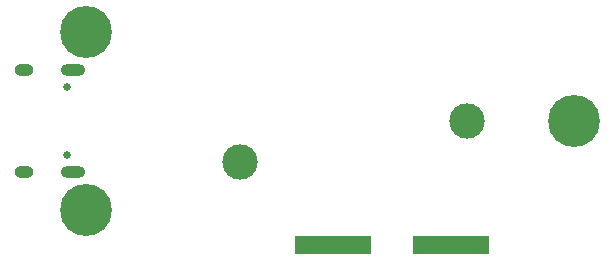
<source format=gbr>
%TF.GenerationSoftware,KiCad,Pcbnew,8.0.3*%
%TF.CreationDate,2024-10-12T12:31:44+02:00*%
%TF.ProjectId,Parkside-100W-Brick,5061726b-7369-4646-952d-313030572d42,rev?*%
%TF.SameCoordinates,Original*%
%TF.FileFunction,Soldermask,Bot*%
%TF.FilePolarity,Negative*%
%FSLAX46Y46*%
G04 Gerber Fmt 4.6, Leading zero omitted, Abs format (unit mm)*
G04 Created by KiCad (PCBNEW 8.0.3) date 2024-10-12 12:31:44*
%MOMM*%
%LPD*%
G01*
G04 APERTURE LIST*
%ADD10C,0.700000*%
%ADD11C,4.400000*%
%ADD12C,3.000000*%
%ADD13C,0.650000*%
%ADD14O,2.100000X1.000000*%
%ADD15O,1.600000X1.000000*%
%ADD16R,6.500000X1.500000*%
G04 APERTURE END LIST*
D10*
%TO.C,J1*%
X195850000Y-100000000D03*
X196333274Y-98833274D03*
X196333274Y-101166726D03*
X197500000Y-98350000D03*
D11*
X197500000Y-100000000D03*
D10*
X197500000Y-101650000D03*
X198666726Y-98833274D03*
X198666726Y-101166726D03*
X199150000Y-100000000D03*
%TD*%
D12*
%TO.C,J7*%
X169250000Y-103500000D03*
%TD*%
D13*
%TO.C,J2*%
X154625000Y-97110000D03*
X154625000Y-102890000D03*
D14*
X155155000Y-95680000D03*
D15*
X150975000Y-95680000D03*
D14*
X155155000Y-104320000D03*
D15*
X150975000Y-104320000D03*
%TD*%
D10*
%TO.C,J3*%
X156230000Y-90850000D03*
X157396726Y-91333274D03*
X155063274Y-91333274D03*
X157880000Y-92500000D03*
D11*
X156230000Y-92500000D03*
D10*
X154580000Y-92500000D03*
X157396726Y-93666726D03*
X155063274Y-93666726D03*
X156230000Y-94150000D03*
%TD*%
D12*
%TO.C,J4*%
X188500000Y-100000000D03*
%TD*%
D10*
%TO.C,J6*%
X156230000Y-109150000D03*
X155063274Y-108666726D03*
X157396726Y-108666726D03*
X154580000Y-107500000D03*
D11*
X156230000Y-107500000D03*
D10*
X157880000Y-107500000D03*
X155063274Y-106333274D03*
X157396726Y-106333274D03*
X156230000Y-105850000D03*
%TD*%
D16*
%TO.C,L1*%
X187100000Y-110500000D03*
X177100000Y-110500000D03*
%TD*%
M02*

</source>
